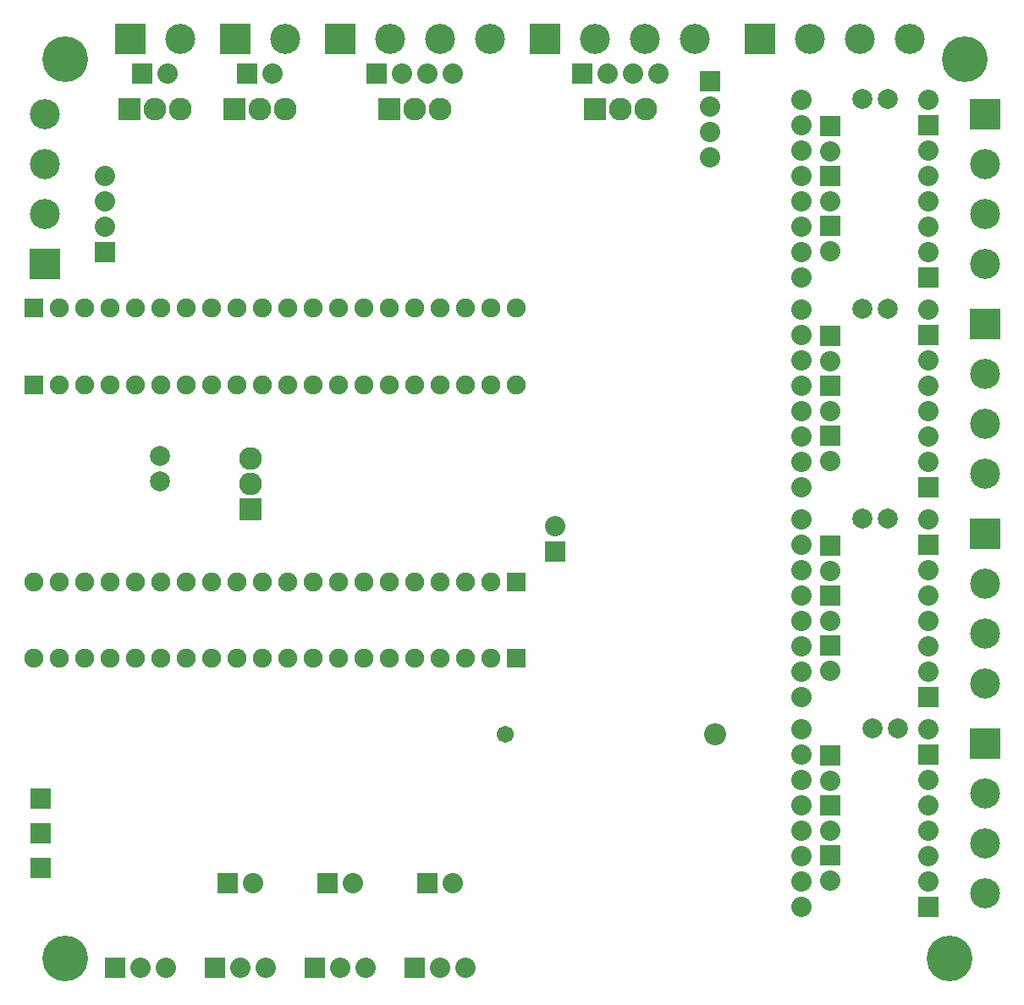
<source format=gbs>
G04 (created by PCBNEW-RS274X (2012-01-19 BZR 3256)-stable) date 27/06/2012 6:41:12 PM*
G01*
G70*
G90*
%MOIN*%
G04 Gerber Fmt 3.4, Leading zero omitted, Abs format*
%FSLAX34Y34*%
G04 APERTURE LIST*
%ADD10C,0.006000*%
%ADD11R,0.118400X0.118400*%
%ADD12C,0.118400*%
%ADD13C,0.090000*%
%ADD14R,0.090000X0.090000*%
%ADD15R,0.075000X0.075000*%
%ADD16C,0.075000*%
%ADD17R,0.080000X0.080000*%
%ADD18C,0.080000*%
%ADD19C,0.079100*%
%ADD20C,0.180000*%
%ADD21C,0.067200*%
%ADD22C,0.086900*%
G04 APERTURE END LIST*
G54D10*
G54D11*
X42914Y-25393D03*
G54D12*
X42914Y-27362D03*
X42914Y-29330D03*
X42914Y-31299D03*
G54D11*
X42914Y-33661D03*
G54D12*
X42914Y-35630D03*
X42914Y-37598D03*
X42914Y-39567D03*
G54D11*
X42914Y-17126D03*
G54D12*
X42914Y-19095D03*
X42914Y-21063D03*
X42914Y-23032D03*
G54D11*
X42914Y-08858D03*
G54D12*
X42914Y-10827D03*
X42914Y-12795D03*
X42914Y-14764D03*
G54D11*
X05906Y-14763D03*
G54D12*
X05906Y-12794D03*
X05906Y-10826D03*
X05906Y-08857D03*
G54D11*
X34056Y-05905D03*
G54D12*
X36025Y-05905D03*
X37993Y-05905D03*
X39962Y-05905D03*
G54D11*
X25591Y-05905D03*
G54D12*
X27560Y-05905D03*
X29528Y-05905D03*
X31497Y-05905D03*
G54D11*
X17521Y-05905D03*
G54D12*
X19490Y-05905D03*
X21458Y-05905D03*
X23427Y-05905D03*
G54D11*
X13387Y-05905D03*
G54D12*
X15356Y-05905D03*
G54D11*
X09253Y-05905D03*
G54D12*
X11222Y-05905D03*
G54D13*
X21473Y-08662D03*
X20473Y-08662D03*
G54D14*
X19473Y-08662D03*
G54D13*
X15371Y-08662D03*
X14371Y-08662D03*
G54D14*
X13371Y-08662D03*
G54D13*
X11237Y-08662D03*
X10237Y-08662D03*
G54D14*
X09237Y-08662D03*
G54D13*
X29544Y-08662D03*
X28544Y-08662D03*
G54D14*
X27544Y-08662D03*
G54D13*
X13978Y-22425D03*
X13978Y-23425D03*
G54D14*
X13978Y-24425D03*
G54D15*
X05461Y-19535D03*
G54D16*
X06461Y-19535D03*
X07461Y-19535D03*
X08461Y-19535D03*
X09461Y-19535D03*
X10461Y-19535D03*
X11461Y-19535D03*
X12461Y-19535D03*
X13461Y-19535D03*
X14461Y-19535D03*
X15461Y-19535D03*
X16461Y-19535D03*
X17461Y-19535D03*
X18461Y-19535D03*
X19461Y-19535D03*
X20461Y-19535D03*
X21461Y-19535D03*
X22461Y-19535D03*
X23461Y-19535D03*
X24461Y-19535D03*
X24461Y-16488D03*
X23461Y-16488D03*
X22461Y-16488D03*
X21461Y-16488D03*
X20461Y-16488D03*
X19461Y-16488D03*
X18461Y-16488D03*
X17461Y-16488D03*
X16461Y-16488D03*
X15461Y-16488D03*
X14461Y-16488D03*
X13461Y-16488D03*
X12461Y-16488D03*
X11461Y-16488D03*
X10461Y-16488D03*
X09461Y-16488D03*
X08461Y-16488D03*
X07461Y-16488D03*
X06461Y-16488D03*
G54D15*
X05461Y-16488D03*
X24461Y-27315D03*
G54D16*
X23461Y-27315D03*
X22461Y-27315D03*
X21461Y-27315D03*
X20461Y-27315D03*
X19461Y-27315D03*
X18461Y-27315D03*
X17461Y-27315D03*
X16461Y-27315D03*
X15461Y-27315D03*
X14461Y-27315D03*
X13461Y-27315D03*
X12461Y-27315D03*
X11461Y-27315D03*
X10461Y-27315D03*
X09461Y-27315D03*
X08461Y-27315D03*
X07461Y-27315D03*
X06461Y-27315D03*
X05461Y-27315D03*
X05461Y-30292D03*
X06461Y-30292D03*
X07461Y-30292D03*
X08461Y-30292D03*
X09461Y-30292D03*
X10461Y-30292D03*
X11461Y-30292D03*
X12461Y-30292D03*
X13461Y-30292D03*
X14461Y-30292D03*
X15461Y-30292D03*
X16461Y-30292D03*
X17461Y-30292D03*
X18461Y-30292D03*
X19461Y-30292D03*
X20461Y-30292D03*
X21461Y-30292D03*
X22461Y-30292D03*
X23461Y-30292D03*
G54D15*
X24461Y-30292D03*
G54D17*
X40691Y-15311D03*
G54D18*
X40691Y-14311D03*
X40691Y-13311D03*
X40691Y-12311D03*
X40691Y-11311D03*
X40691Y-10311D03*
G54D17*
X40691Y-09311D03*
G54D18*
X40691Y-08311D03*
X35691Y-08311D03*
X35691Y-09311D03*
X35691Y-10311D03*
X35691Y-11311D03*
X35691Y-12311D03*
X35691Y-13311D03*
X35691Y-14311D03*
X35691Y-15311D03*
G54D17*
X40691Y-31846D03*
G54D18*
X40691Y-30846D03*
X40691Y-29846D03*
X40691Y-28846D03*
X40691Y-27846D03*
X40691Y-26846D03*
G54D17*
X40691Y-25846D03*
G54D18*
X40691Y-24846D03*
X35691Y-24846D03*
X35691Y-25846D03*
X35691Y-26846D03*
X35691Y-27846D03*
X35691Y-28846D03*
X35691Y-29846D03*
X35691Y-30846D03*
X35691Y-31846D03*
G54D17*
X40691Y-23578D03*
G54D18*
X40691Y-22578D03*
X40691Y-21578D03*
X40691Y-20578D03*
X40691Y-19578D03*
X40691Y-18578D03*
G54D17*
X40691Y-17578D03*
G54D18*
X40691Y-16578D03*
X35691Y-16578D03*
X35691Y-17578D03*
X35691Y-18578D03*
X35691Y-19578D03*
X35691Y-20578D03*
X35691Y-21578D03*
X35691Y-22578D03*
X35691Y-23578D03*
G54D17*
X40691Y-40114D03*
G54D18*
X40691Y-39114D03*
X40691Y-38114D03*
X40691Y-37114D03*
X40691Y-36114D03*
X40691Y-35114D03*
G54D17*
X40691Y-34114D03*
G54D18*
X40691Y-33114D03*
X35691Y-33114D03*
X35691Y-34114D03*
X35691Y-35114D03*
X35691Y-36114D03*
X35691Y-37114D03*
X35691Y-38114D03*
X35691Y-39114D03*
X35691Y-40114D03*
G54D17*
X32087Y-07555D03*
G54D18*
X32087Y-08555D03*
X32087Y-09555D03*
X32087Y-10555D03*
G54D17*
X08268Y-14295D03*
G54D18*
X08268Y-13295D03*
X08268Y-12295D03*
X08268Y-11295D03*
G54D17*
X18973Y-07283D03*
G54D18*
X19973Y-07283D03*
X20973Y-07283D03*
X21973Y-07283D03*
G54D17*
X27044Y-07283D03*
G54D18*
X28044Y-07283D03*
X29044Y-07283D03*
X30044Y-07283D03*
G54D17*
X12583Y-42519D03*
G54D18*
X13583Y-42519D03*
X14583Y-42519D03*
G54D17*
X16520Y-42519D03*
G54D18*
X17520Y-42519D03*
X18520Y-42519D03*
G54D17*
X08646Y-42519D03*
G54D18*
X09646Y-42519D03*
X10646Y-42519D03*
G54D17*
X20457Y-42519D03*
G54D18*
X21457Y-42519D03*
X22457Y-42519D03*
G54D17*
X25985Y-26090D03*
G54D18*
X25985Y-25090D03*
G54D17*
X36813Y-27846D03*
G54D18*
X36813Y-28846D03*
G54D17*
X20958Y-39172D03*
G54D18*
X21958Y-39172D03*
G54D17*
X17020Y-39172D03*
G54D18*
X18020Y-39172D03*
G54D17*
X13083Y-39172D03*
G54D18*
X14083Y-39172D03*
G54D17*
X36813Y-13279D03*
G54D18*
X36813Y-14279D03*
G54D17*
X36813Y-29815D03*
G54D18*
X36813Y-30815D03*
G54D17*
X36813Y-11311D03*
G54D18*
X36813Y-12311D03*
G54D17*
X36813Y-09342D03*
G54D18*
X36813Y-10342D03*
G54D17*
X13871Y-07283D03*
G54D18*
X14871Y-07283D03*
G54D17*
X09737Y-07283D03*
G54D18*
X10737Y-07283D03*
G54D17*
X36813Y-34145D03*
G54D18*
X36813Y-35145D03*
G54D17*
X36813Y-17610D03*
G54D18*
X36813Y-18610D03*
G54D17*
X36813Y-36114D03*
G54D18*
X36813Y-37114D03*
G54D17*
X36813Y-19578D03*
G54D18*
X36813Y-20578D03*
G54D17*
X36813Y-38082D03*
G54D18*
X36813Y-39082D03*
G54D17*
X36813Y-21547D03*
G54D18*
X36813Y-22547D03*
G54D17*
X36813Y-25878D03*
G54D18*
X36813Y-26878D03*
G54D17*
X05709Y-37204D03*
X05709Y-38582D03*
X05709Y-35826D03*
G54D19*
X38084Y-24803D03*
X39084Y-24803D03*
X38084Y-16535D03*
X39084Y-16535D03*
X38478Y-33070D03*
X39478Y-33070D03*
X38084Y-08267D03*
X39084Y-08267D03*
X10434Y-23334D03*
X10434Y-22334D03*
G54D20*
X06694Y-06693D03*
X42127Y-06693D03*
X06694Y-42126D03*
X41537Y-42126D03*
G54D21*
X24016Y-33287D03*
G54D22*
X32284Y-33287D03*
M02*

</source>
